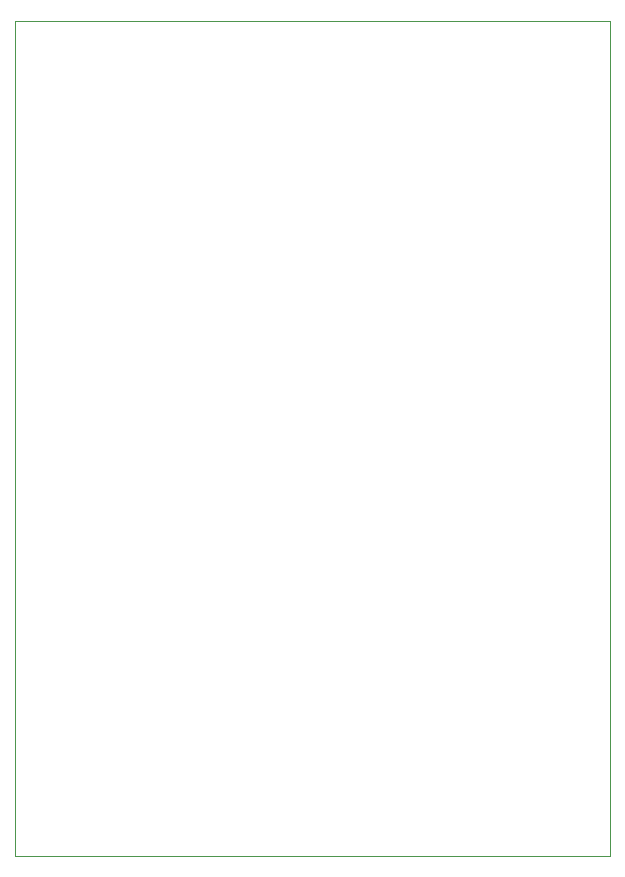
<source format=gbr>
%TF.GenerationSoftware,KiCad,Pcbnew,9.0.6*%
%TF.CreationDate,2025-12-09T07:01:58-08:00*%
%TF.ProjectId,bramble,6272616d-626c-4652-9e6b-696361645f70,rev?*%
%TF.SameCoordinates,Original*%
%TF.FileFunction,Profile,NP*%
%FSLAX46Y46*%
G04 Gerber Fmt 4.6, Leading zero omitted, Abs format (unit mm)*
G04 Created by KiCad (PCBNEW 9.0.6) date 2025-12-09 07:01:58*
%MOMM*%
%LPD*%
G01*
G04 APERTURE LIST*
%TA.AperFunction,Profile*%
%ADD10C,0.050000*%
%TD*%
G04 APERTURE END LIST*
D10*
X10950000Y-12500000D02*
X61350000Y-12500000D01*
X61350000Y-83150000D01*
X10950000Y-83150000D01*
X10950000Y-12500000D01*
M02*

</source>
